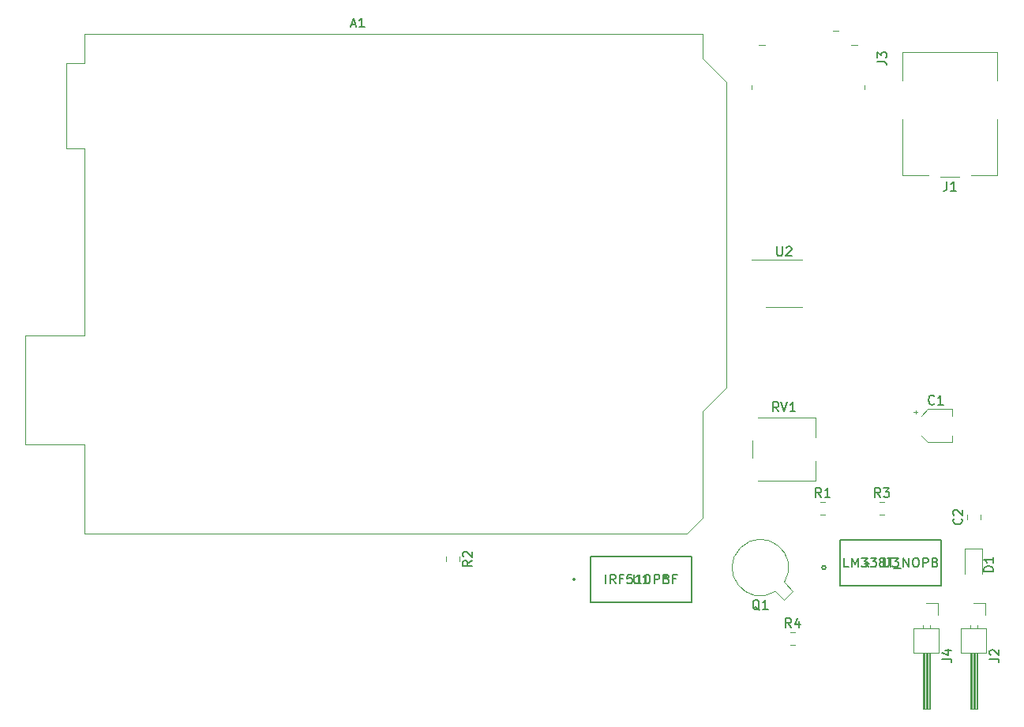
<source format=gbr>
G04 #@! TF.GenerationSoftware,KiCad,Pcbnew,(5.1.5)-3*
G04 #@! TF.CreationDate,2020-04-27T02:20:49-07:00*
G04 #@! TF.ProjectId,SolaRCharger,536f6c61-5243-4686-9172-6765722e6b69,rev?*
G04 #@! TF.SameCoordinates,Original*
G04 #@! TF.FileFunction,Legend,Top*
G04 #@! TF.FilePolarity,Positive*
%FSLAX46Y46*%
G04 Gerber Fmt 4.6, Leading zero omitted, Abs format (unit mm)*
G04 Created by KiCad (PCBNEW (5.1.5)-3) date 2020-04-27 02:20:49*
%MOMM*%
%LPD*%
G04 APERTURE LIST*
%ADD10C,0.120000*%
%ADD11C,0.152400*%
%ADD12C,0.150000*%
G04 APERTURE END LIST*
D10*
X129670000Y-116590000D02*
X132210000Y-114050000D01*
X129670000Y-128020000D02*
X129670000Y-116590000D01*
X128020000Y-129670000D02*
X129670000Y-128020000D01*
X63370000Y-129670000D02*
X128020000Y-129670000D01*
X63370000Y-120140000D02*
X63370000Y-129670000D01*
X57020000Y-120140000D02*
X63370000Y-120140000D01*
X57020000Y-108460000D02*
X57020000Y-120140000D01*
X63370000Y-108460000D02*
X57020000Y-108460000D01*
X63370000Y-88390000D02*
X63370000Y-108460000D01*
X61470000Y-88390000D02*
X63370000Y-88390000D01*
X61470000Y-79250000D02*
X61470000Y-88390000D01*
X63370000Y-79250000D02*
X61470000Y-79250000D01*
X63370000Y-76070000D02*
X63370000Y-79250000D01*
X129670000Y-76070000D02*
X63370000Y-76070000D01*
X129670000Y-78740000D02*
X129670000Y-76070000D01*
X132210000Y-81280000D02*
X129670000Y-78740000D01*
X132210000Y-114050000D02*
X132210000Y-81280000D01*
X157210000Y-91470000D02*
X155210000Y-91470000D01*
X161320000Y-78060000D02*
X161320000Y-81120000D01*
X151100000Y-78060000D02*
X161320000Y-78060000D01*
X151100000Y-81120000D02*
X151100000Y-78060000D01*
X151100000Y-91280000D02*
X151100000Y-85220000D01*
X153910000Y-91280000D02*
X151100000Y-91280000D01*
X161320000Y-91280000D02*
X158510000Y-91280000D01*
X161320000Y-85220000D02*
X161320000Y-91280000D01*
D11*
X142887700Y-133350000D02*
G75*
G03X142887700Y-133350000I-203200J0D01*
G01*
X144462500Y-130365500D02*
X144462500Y-135318500D01*
X155257500Y-130365500D02*
X144462500Y-130365500D01*
X155257500Y-135318500D02*
X155257500Y-130365500D01*
X144462500Y-135318500D02*
X155257500Y-135318500D01*
D10*
X138430000Y-100310000D02*
X134980000Y-100310000D01*
X138430000Y-100310000D02*
X140380000Y-100310000D01*
X138430000Y-105430000D02*
X136480000Y-105430000D01*
X138430000Y-105430000D02*
X140380000Y-105430000D01*
D11*
X116054200Y-134620000D02*
G75*
G03X116054200Y-134620000I-127000J0D01*
G01*
X117705200Y-132168900D02*
X117705200Y-137071100D01*
X128474800Y-132168900D02*
X117705200Y-132168900D01*
X128474800Y-137071100D02*
X128474800Y-132168900D01*
X117705200Y-137071100D02*
X128474800Y-137071100D01*
D10*
X141800000Y-121890000D02*
X141800000Y-124020000D01*
X141800000Y-117279000D02*
X141800000Y-119410000D01*
X135060000Y-119741000D02*
X135060000Y-121560000D01*
X135596000Y-124020000D02*
X141800000Y-124020000D01*
X135596000Y-117279000D02*
X141800000Y-117279000D01*
X139108922Y-141680000D02*
X139626078Y-141680000D01*
X139108922Y-140260000D02*
X139626078Y-140260000D01*
X148663922Y-127710000D02*
X149181078Y-127710000D01*
X148663922Y-126290000D02*
X149181078Y-126290000D01*
X102160000Y-132153922D02*
X102160000Y-132671078D01*
X103580000Y-132153922D02*
X103580000Y-132671078D01*
X142313922Y-127710000D02*
X142831078Y-127710000D01*
X142313922Y-126290000D02*
X142831078Y-126290000D01*
X138462150Y-134932544D02*
G75*
G03X137472331Y-135922281I-2572150J1582544D01*
G01*
X139374448Y-135844499D02*
X138462281Y-134932331D01*
X138384499Y-136834448D02*
X139374448Y-135844499D01*
X137472331Y-135922281D02*
X138384499Y-136834448D01*
X154940000Y-137160000D02*
X154940000Y-138430000D01*
X153670000Y-137160000D02*
X154940000Y-137160000D01*
X153290000Y-139540000D02*
X153290000Y-139870000D01*
X154050000Y-139540000D02*
X154050000Y-139870000D01*
X153390000Y-142530000D02*
X153390000Y-148530000D01*
X153510000Y-142530000D02*
X153510000Y-148530000D01*
X153630000Y-142530000D02*
X153630000Y-148530000D01*
X153750000Y-142530000D02*
X153750000Y-148530000D01*
X153870000Y-142530000D02*
X153870000Y-148530000D01*
X153990000Y-142530000D02*
X153990000Y-148530000D01*
X153290000Y-148530000D02*
X153290000Y-142530000D01*
X154050000Y-148530000D02*
X153290000Y-148530000D01*
X154050000Y-142530000D02*
X154050000Y-148530000D01*
X155000000Y-142530000D02*
X155000000Y-139870000D01*
X152340000Y-142530000D02*
X155000000Y-142530000D01*
X152340000Y-139870000D02*
X152340000Y-142530000D01*
X155000000Y-139870000D02*
X152340000Y-139870000D01*
X143670000Y-75805000D02*
X144270000Y-75805000D01*
X136360000Y-77315000D02*
X135680000Y-77315000D01*
X134910000Y-82055000D02*
X134910000Y-81655000D01*
X147030000Y-82055000D02*
X147030000Y-81655000D01*
X145580000Y-77315000D02*
X146260000Y-77315000D01*
X160020000Y-137160000D02*
X160020000Y-138430000D01*
X158750000Y-137160000D02*
X160020000Y-137160000D01*
X158370000Y-139540000D02*
X158370000Y-139870000D01*
X159130000Y-139540000D02*
X159130000Y-139870000D01*
X158470000Y-142530000D02*
X158470000Y-148530000D01*
X158590000Y-142530000D02*
X158590000Y-148530000D01*
X158710000Y-142530000D02*
X158710000Y-148530000D01*
X158830000Y-142530000D02*
X158830000Y-148530000D01*
X158950000Y-142530000D02*
X158950000Y-148530000D01*
X159070000Y-142530000D02*
X159070000Y-148530000D01*
X158370000Y-148530000D02*
X158370000Y-142530000D01*
X159130000Y-148530000D02*
X158370000Y-148530000D01*
X159130000Y-142530000D02*
X159130000Y-148530000D01*
X160080000Y-142530000D02*
X160080000Y-139870000D01*
X157420000Y-142530000D02*
X160080000Y-142530000D01*
X157420000Y-139870000D02*
X157420000Y-142530000D01*
X160080000Y-139870000D02*
X157420000Y-139870000D01*
X157790000Y-131332500D02*
X157790000Y-134017500D01*
X159710000Y-131332500D02*
X157790000Y-131332500D01*
X159710000Y-134017500D02*
X159710000Y-131332500D01*
X159460000Y-128196078D02*
X159460000Y-127678922D01*
X158040000Y-128196078D02*
X158040000Y-127678922D01*
X152522500Y-116487500D02*
X152522500Y-116862500D01*
X152335000Y-116675000D02*
X152710000Y-116675000D01*
X153139437Y-119170000D02*
X153839437Y-119870000D01*
X153139437Y-117050000D02*
X153839437Y-116350000D01*
X153839437Y-119870000D02*
X156470000Y-119870000D01*
X153839437Y-116350000D02*
X156470000Y-116350000D01*
X156470000Y-116350000D02*
X156470000Y-117050000D01*
X156470000Y-119870000D02*
X156470000Y-119170000D01*
D12*
X91995714Y-75096666D02*
X92471904Y-75096666D01*
X91900476Y-75382380D02*
X92233809Y-74382380D01*
X92567142Y-75382380D01*
X93424285Y-75382380D02*
X92852857Y-75382380D01*
X93138571Y-75382380D02*
X93138571Y-74382380D01*
X93043333Y-74525238D01*
X92948095Y-74620476D01*
X92852857Y-74668095D01*
X155876666Y-91922380D02*
X155876666Y-92636666D01*
X155829047Y-92779523D01*
X155733809Y-92874761D01*
X155590952Y-92922380D01*
X155495714Y-92922380D01*
X156876666Y-92922380D02*
X156305238Y-92922380D01*
X156590952Y-92922380D02*
X156590952Y-91922380D01*
X156495714Y-92065238D01*
X156400476Y-92160476D01*
X156305238Y-92208095D01*
X149098095Y-132294380D02*
X149098095Y-133103904D01*
X149145714Y-133199142D01*
X149193333Y-133246761D01*
X149288571Y-133294380D01*
X149479047Y-133294380D01*
X149574285Y-133246761D01*
X149621904Y-133199142D01*
X149669523Y-133103904D01*
X149669523Y-132294380D01*
X150050476Y-132294380D02*
X150669523Y-132294380D01*
X150336190Y-132675333D01*
X150479047Y-132675333D01*
X150574285Y-132722952D01*
X150621904Y-132770571D01*
X150669523Y-132865809D01*
X150669523Y-133103904D01*
X150621904Y-133199142D01*
X150574285Y-133246761D01*
X150479047Y-133294380D01*
X150193333Y-133294380D01*
X150098095Y-133246761D01*
X150050476Y-133199142D01*
X145360000Y-133294380D02*
X144883809Y-133294380D01*
X144883809Y-132294380D01*
X145693333Y-133294380D02*
X145693333Y-132294380D01*
X146026666Y-133008666D01*
X146360000Y-132294380D01*
X146360000Y-133294380D01*
X146740952Y-132294380D02*
X147360000Y-132294380D01*
X147026666Y-132675333D01*
X147169523Y-132675333D01*
X147264761Y-132722952D01*
X147312380Y-132770571D01*
X147360000Y-132865809D01*
X147360000Y-133103904D01*
X147312380Y-133199142D01*
X147264761Y-133246761D01*
X147169523Y-133294380D01*
X146883809Y-133294380D01*
X146788571Y-133246761D01*
X146740952Y-133199142D01*
X147693333Y-132294380D02*
X148312380Y-132294380D01*
X147979047Y-132675333D01*
X148121904Y-132675333D01*
X148217142Y-132722952D01*
X148264761Y-132770571D01*
X148312380Y-132865809D01*
X148312380Y-133103904D01*
X148264761Y-133199142D01*
X148217142Y-133246761D01*
X148121904Y-133294380D01*
X147836190Y-133294380D01*
X147740952Y-133246761D01*
X147693333Y-133199142D01*
X148883809Y-132722952D02*
X148788571Y-132675333D01*
X148740952Y-132627714D01*
X148693333Y-132532476D01*
X148693333Y-132484857D01*
X148740952Y-132389619D01*
X148788571Y-132342000D01*
X148883809Y-132294380D01*
X149074285Y-132294380D01*
X149169523Y-132342000D01*
X149217142Y-132389619D01*
X149264761Y-132484857D01*
X149264761Y-132532476D01*
X149217142Y-132627714D01*
X149169523Y-132675333D01*
X149074285Y-132722952D01*
X148883809Y-132722952D01*
X148788571Y-132770571D01*
X148740952Y-132818190D01*
X148693333Y-132913428D01*
X148693333Y-133103904D01*
X148740952Y-133199142D01*
X148788571Y-133246761D01*
X148883809Y-133294380D01*
X149074285Y-133294380D01*
X149169523Y-133246761D01*
X149217142Y-133199142D01*
X149264761Y-133103904D01*
X149264761Y-132913428D01*
X149217142Y-132818190D01*
X149169523Y-132770571D01*
X149074285Y-132722952D01*
X149550476Y-132294380D02*
X150121904Y-132294380D01*
X149836190Y-133294380D02*
X149836190Y-132294380D01*
X150217142Y-133389619D02*
X150979047Y-133389619D01*
X151217142Y-133294380D02*
X151217142Y-132294380D01*
X151788571Y-133294380D01*
X151788571Y-132294380D01*
X152455238Y-132294380D02*
X152645714Y-132294380D01*
X152740952Y-132342000D01*
X152836190Y-132437238D01*
X152883809Y-132627714D01*
X152883809Y-132961047D01*
X152836190Y-133151523D01*
X152740952Y-133246761D01*
X152645714Y-133294380D01*
X152455238Y-133294380D01*
X152360000Y-133246761D01*
X152264761Y-133151523D01*
X152217142Y-132961047D01*
X152217142Y-132627714D01*
X152264761Y-132437238D01*
X152360000Y-132342000D01*
X152455238Y-132294380D01*
X153312380Y-133294380D02*
X153312380Y-132294380D01*
X153693333Y-132294380D01*
X153788571Y-132342000D01*
X153836190Y-132389619D01*
X153883809Y-132484857D01*
X153883809Y-132627714D01*
X153836190Y-132722952D01*
X153788571Y-132770571D01*
X153693333Y-132818190D01*
X153312380Y-132818190D01*
X154645714Y-132770571D02*
X154788571Y-132818190D01*
X154836190Y-132865809D01*
X154883809Y-132961047D01*
X154883809Y-133103904D01*
X154836190Y-133199142D01*
X154788571Y-133246761D01*
X154693333Y-133294380D01*
X154312380Y-133294380D01*
X154312380Y-132294380D01*
X154645714Y-132294380D01*
X154740952Y-132342000D01*
X154788571Y-132389619D01*
X154836190Y-132484857D01*
X154836190Y-132580095D01*
X154788571Y-132675333D01*
X154740952Y-132722952D01*
X154645714Y-132770571D01*
X154312380Y-132770571D01*
X147320000Y-132802380D02*
X147320000Y-133040476D01*
X147081904Y-132945238D02*
X147320000Y-133040476D01*
X147558095Y-132945238D01*
X147177142Y-133230952D02*
X147320000Y-133040476D01*
X147462857Y-133230952D01*
X137668095Y-98922380D02*
X137668095Y-99731904D01*
X137715714Y-99827142D01*
X137763333Y-99874761D01*
X137858571Y-99922380D01*
X138049047Y-99922380D01*
X138144285Y-99874761D01*
X138191904Y-99827142D01*
X138239523Y-99731904D01*
X138239523Y-98922380D01*
X138668095Y-99017619D02*
X138715714Y-98970000D01*
X138810952Y-98922380D01*
X139049047Y-98922380D01*
X139144285Y-98970000D01*
X139191904Y-99017619D01*
X139239523Y-99112857D01*
X139239523Y-99208095D01*
X139191904Y-99350952D01*
X138620476Y-99922380D01*
X139239523Y-99922380D01*
X122328095Y-134072380D02*
X122328095Y-134881904D01*
X122375714Y-134977142D01*
X122423333Y-135024761D01*
X122518571Y-135072380D01*
X122709047Y-135072380D01*
X122804285Y-135024761D01*
X122851904Y-134977142D01*
X122899523Y-134881904D01*
X122899523Y-134072380D01*
X123899523Y-135072380D02*
X123328095Y-135072380D01*
X123613809Y-135072380D02*
X123613809Y-134072380D01*
X123518571Y-134215238D01*
X123423333Y-134310476D01*
X123328095Y-134358095D01*
X119304285Y-135072380D02*
X119304285Y-134072380D01*
X120351904Y-135072380D02*
X120018571Y-134596190D01*
X119780476Y-135072380D02*
X119780476Y-134072380D01*
X120161428Y-134072380D01*
X120256666Y-134120000D01*
X120304285Y-134167619D01*
X120351904Y-134262857D01*
X120351904Y-134405714D01*
X120304285Y-134500952D01*
X120256666Y-134548571D01*
X120161428Y-134596190D01*
X119780476Y-134596190D01*
X121113809Y-134548571D02*
X120780476Y-134548571D01*
X120780476Y-135072380D02*
X120780476Y-134072380D01*
X121256666Y-134072380D01*
X122113809Y-134072380D02*
X121637619Y-134072380D01*
X121590000Y-134548571D01*
X121637619Y-134500952D01*
X121732857Y-134453333D01*
X121970952Y-134453333D01*
X122066190Y-134500952D01*
X122113809Y-134548571D01*
X122161428Y-134643809D01*
X122161428Y-134881904D01*
X122113809Y-134977142D01*
X122066190Y-135024761D01*
X121970952Y-135072380D01*
X121732857Y-135072380D01*
X121637619Y-135024761D01*
X121590000Y-134977142D01*
X123113809Y-135072380D02*
X122542380Y-135072380D01*
X122828095Y-135072380D02*
X122828095Y-134072380D01*
X122732857Y-134215238D01*
X122637619Y-134310476D01*
X122542380Y-134358095D01*
X123732857Y-134072380D02*
X123828095Y-134072380D01*
X123923333Y-134120000D01*
X123970952Y-134167619D01*
X124018571Y-134262857D01*
X124066190Y-134453333D01*
X124066190Y-134691428D01*
X124018571Y-134881904D01*
X123970952Y-134977142D01*
X123923333Y-135024761D01*
X123828095Y-135072380D01*
X123732857Y-135072380D01*
X123637619Y-135024761D01*
X123590000Y-134977142D01*
X123542380Y-134881904D01*
X123494761Y-134691428D01*
X123494761Y-134453333D01*
X123542380Y-134262857D01*
X123590000Y-134167619D01*
X123637619Y-134120000D01*
X123732857Y-134072380D01*
X124494761Y-135072380D02*
X124494761Y-134072380D01*
X124875714Y-134072380D01*
X124970952Y-134120000D01*
X125018571Y-134167619D01*
X125066190Y-134262857D01*
X125066190Y-134405714D01*
X125018571Y-134500952D01*
X124970952Y-134548571D01*
X124875714Y-134596190D01*
X124494761Y-134596190D01*
X125828095Y-134548571D02*
X125970952Y-134596190D01*
X126018571Y-134643809D01*
X126066190Y-134739047D01*
X126066190Y-134881904D01*
X126018571Y-134977142D01*
X125970952Y-135024761D01*
X125875714Y-135072380D01*
X125494761Y-135072380D01*
X125494761Y-134072380D01*
X125828095Y-134072380D01*
X125923333Y-134120000D01*
X125970952Y-134167619D01*
X126018571Y-134262857D01*
X126018571Y-134358095D01*
X125970952Y-134453333D01*
X125923333Y-134500952D01*
X125828095Y-134548571D01*
X125494761Y-134548571D01*
X126828095Y-134548571D02*
X126494761Y-134548571D01*
X126494761Y-135072380D02*
X126494761Y-134072380D01*
X126970952Y-134072380D01*
X125730000Y-134072380D02*
X125730000Y-134310476D01*
X125491904Y-134215238D02*
X125730000Y-134310476D01*
X125968095Y-134215238D01*
X125587142Y-134500952D02*
X125730000Y-134310476D01*
X125872857Y-134500952D01*
X137834761Y-116602380D02*
X137501428Y-116126190D01*
X137263333Y-116602380D02*
X137263333Y-115602380D01*
X137644285Y-115602380D01*
X137739523Y-115650000D01*
X137787142Y-115697619D01*
X137834761Y-115792857D01*
X137834761Y-115935714D01*
X137787142Y-116030952D01*
X137739523Y-116078571D01*
X137644285Y-116126190D01*
X137263333Y-116126190D01*
X138120476Y-115602380D02*
X138453809Y-116602380D01*
X138787142Y-115602380D01*
X139644285Y-116602380D02*
X139072857Y-116602380D01*
X139358571Y-116602380D02*
X139358571Y-115602380D01*
X139263333Y-115745238D01*
X139168095Y-115840476D01*
X139072857Y-115888095D01*
X139200833Y-139772380D02*
X138867500Y-139296190D01*
X138629404Y-139772380D02*
X138629404Y-138772380D01*
X139010357Y-138772380D01*
X139105595Y-138820000D01*
X139153214Y-138867619D01*
X139200833Y-138962857D01*
X139200833Y-139105714D01*
X139153214Y-139200952D01*
X139105595Y-139248571D01*
X139010357Y-139296190D01*
X138629404Y-139296190D01*
X140057976Y-139105714D02*
X140057976Y-139772380D01*
X139819880Y-138724761D02*
X139581785Y-139439047D01*
X140200833Y-139439047D01*
X148755833Y-125802380D02*
X148422500Y-125326190D01*
X148184404Y-125802380D02*
X148184404Y-124802380D01*
X148565357Y-124802380D01*
X148660595Y-124850000D01*
X148708214Y-124897619D01*
X148755833Y-124992857D01*
X148755833Y-125135714D01*
X148708214Y-125230952D01*
X148660595Y-125278571D01*
X148565357Y-125326190D01*
X148184404Y-125326190D01*
X149089166Y-124802380D02*
X149708214Y-124802380D01*
X149374880Y-125183333D01*
X149517738Y-125183333D01*
X149612976Y-125230952D01*
X149660595Y-125278571D01*
X149708214Y-125373809D01*
X149708214Y-125611904D01*
X149660595Y-125707142D01*
X149612976Y-125754761D01*
X149517738Y-125802380D01*
X149232023Y-125802380D01*
X149136785Y-125754761D01*
X149089166Y-125707142D01*
X104972380Y-132579166D02*
X104496190Y-132912500D01*
X104972380Y-133150595D02*
X103972380Y-133150595D01*
X103972380Y-132769642D01*
X104020000Y-132674404D01*
X104067619Y-132626785D01*
X104162857Y-132579166D01*
X104305714Y-132579166D01*
X104400952Y-132626785D01*
X104448571Y-132674404D01*
X104496190Y-132769642D01*
X104496190Y-133150595D01*
X104067619Y-132198214D02*
X104020000Y-132150595D01*
X103972380Y-132055357D01*
X103972380Y-131817261D01*
X104020000Y-131722023D01*
X104067619Y-131674404D01*
X104162857Y-131626785D01*
X104258095Y-131626785D01*
X104400952Y-131674404D01*
X104972380Y-132245833D01*
X104972380Y-131626785D01*
X142405833Y-125802380D02*
X142072500Y-125326190D01*
X141834404Y-125802380D02*
X141834404Y-124802380D01*
X142215357Y-124802380D01*
X142310595Y-124850000D01*
X142358214Y-124897619D01*
X142405833Y-124992857D01*
X142405833Y-125135714D01*
X142358214Y-125230952D01*
X142310595Y-125278571D01*
X142215357Y-125326190D01*
X141834404Y-125326190D01*
X143358214Y-125802380D02*
X142786785Y-125802380D01*
X143072500Y-125802380D02*
X143072500Y-124802380D01*
X142977261Y-124945238D01*
X142882023Y-125040476D01*
X142786785Y-125088095D01*
X135794761Y-137917619D02*
X135699523Y-137870000D01*
X135604285Y-137774761D01*
X135461428Y-137631904D01*
X135366190Y-137584285D01*
X135270952Y-137584285D01*
X135318571Y-137822380D02*
X135223333Y-137774761D01*
X135128095Y-137679523D01*
X135080476Y-137489047D01*
X135080476Y-137155714D01*
X135128095Y-136965238D01*
X135223333Y-136870000D01*
X135318571Y-136822380D01*
X135509047Y-136822380D01*
X135604285Y-136870000D01*
X135699523Y-136965238D01*
X135747142Y-137155714D01*
X135747142Y-137489047D01*
X135699523Y-137679523D01*
X135604285Y-137774761D01*
X135509047Y-137822380D01*
X135318571Y-137822380D01*
X136699523Y-137822380D02*
X136128095Y-137822380D01*
X136413809Y-137822380D02*
X136413809Y-136822380D01*
X136318571Y-136965238D01*
X136223333Y-137060476D01*
X136128095Y-137108095D01*
X155392380Y-143148333D02*
X156106666Y-143148333D01*
X156249523Y-143195952D01*
X156344761Y-143291190D01*
X156392380Y-143434047D01*
X156392380Y-143529285D01*
X155725714Y-142243571D02*
X156392380Y-142243571D01*
X155344761Y-142481666D02*
X156059047Y-142719761D01*
X156059047Y-142100714D01*
X148422380Y-79073333D02*
X149136666Y-79073333D01*
X149279523Y-79120952D01*
X149374761Y-79216190D01*
X149422380Y-79359047D01*
X149422380Y-79454285D01*
X148422380Y-78692380D02*
X148422380Y-78073333D01*
X148803333Y-78406666D01*
X148803333Y-78263809D01*
X148850952Y-78168571D01*
X148898571Y-78120952D01*
X148993809Y-78073333D01*
X149231904Y-78073333D01*
X149327142Y-78120952D01*
X149374761Y-78168571D01*
X149422380Y-78263809D01*
X149422380Y-78549523D01*
X149374761Y-78644761D01*
X149327142Y-78692380D01*
X160472380Y-143148333D02*
X161186666Y-143148333D01*
X161329523Y-143195952D01*
X161424761Y-143291190D01*
X161472380Y-143434047D01*
X161472380Y-143529285D01*
X160567619Y-142719761D02*
X160520000Y-142672142D01*
X160472380Y-142576904D01*
X160472380Y-142338809D01*
X160520000Y-142243571D01*
X160567619Y-142195952D01*
X160662857Y-142148333D01*
X160758095Y-142148333D01*
X160900952Y-142195952D01*
X161472380Y-142767380D01*
X161472380Y-142148333D01*
X160852380Y-133755595D02*
X159852380Y-133755595D01*
X159852380Y-133517500D01*
X159900000Y-133374642D01*
X159995238Y-133279404D01*
X160090476Y-133231785D01*
X160280952Y-133184166D01*
X160423809Y-133184166D01*
X160614285Y-133231785D01*
X160709523Y-133279404D01*
X160804761Y-133374642D01*
X160852380Y-133517500D01*
X160852380Y-133755595D01*
X160852380Y-132231785D02*
X160852380Y-132803214D01*
X160852380Y-132517500D02*
X159852380Y-132517500D01*
X159995238Y-132612738D01*
X160090476Y-132707976D01*
X160138095Y-132803214D01*
X157457142Y-128104166D02*
X157504761Y-128151785D01*
X157552380Y-128294642D01*
X157552380Y-128389880D01*
X157504761Y-128532738D01*
X157409523Y-128627976D01*
X157314285Y-128675595D01*
X157123809Y-128723214D01*
X156980952Y-128723214D01*
X156790476Y-128675595D01*
X156695238Y-128627976D01*
X156600000Y-128532738D01*
X156552380Y-128389880D01*
X156552380Y-128294642D01*
X156600000Y-128151785D01*
X156647619Y-128104166D01*
X156647619Y-127723214D02*
X156600000Y-127675595D01*
X156552380Y-127580357D01*
X156552380Y-127342261D01*
X156600000Y-127247023D01*
X156647619Y-127199404D01*
X156742857Y-127151785D01*
X156838095Y-127151785D01*
X156980952Y-127199404D01*
X157552380Y-127770833D01*
X157552380Y-127151785D01*
X154543333Y-115767142D02*
X154495714Y-115814761D01*
X154352857Y-115862380D01*
X154257619Y-115862380D01*
X154114761Y-115814761D01*
X154019523Y-115719523D01*
X153971904Y-115624285D01*
X153924285Y-115433809D01*
X153924285Y-115290952D01*
X153971904Y-115100476D01*
X154019523Y-115005238D01*
X154114761Y-114910000D01*
X154257619Y-114862380D01*
X154352857Y-114862380D01*
X154495714Y-114910000D01*
X154543333Y-114957619D01*
X155495714Y-115862380D02*
X154924285Y-115862380D01*
X155210000Y-115862380D02*
X155210000Y-114862380D01*
X155114761Y-115005238D01*
X155019523Y-115100476D01*
X154924285Y-115148095D01*
M02*

</source>
